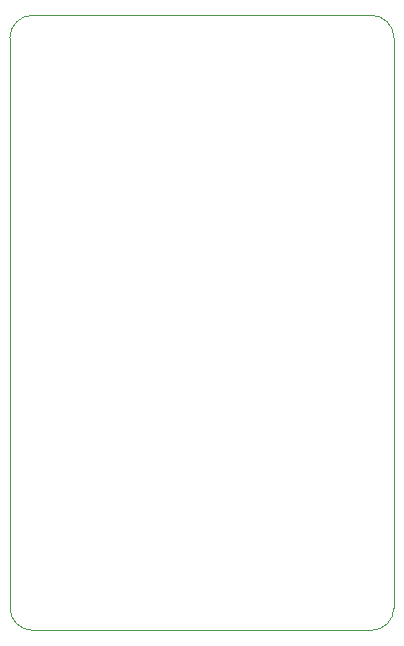
<source format=gbr>
%TF.GenerationSoftware,KiCad,Pcbnew,(5.1.6-0-10_14)*%
%TF.CreationDate,2020-08-30T21:53:01-07:00*%
%TF.ProjectId,bbf-midi,6262662d-6d69-4646-992e-6b696361645f,rev?*%
%TF.SameCoordinates,Original*%
%TF.FileFunction,Profile,NP*%
%FSLAX46Y46*%
G04 Gerber Fmt 4.6, Leading zero omitted, Abs format (unit mm)*
G04 Created by KiCad (PCBNEW (5.1.6-0-10_14)) date 2020-08-30 21:53:01*
%MOMM*%
%LPD*%
G01*
G04 APERTURE LIST*
%TA.AperFunction,Profile*%
%ADD10C,0.050000*%
%TD*%
G04 APERTURE END LIST*
D10*
X124460000Y-88900000D02*
G75*
G02*
X126365000Y-86995000I1905000J0D01*
G01*
X155067000Y-86995000D02*
G75*
G02*
X156972000Y-88900000I0J-1905000D01*
G01*
X156972000Y-137160000D02*
X156972000Y-88900000D01*
X124460000Y-137160000D02*
X124460000Y-88900000D01*
X126365000Y-139065000D02*
G75*
G02*
X124460000Y-137160000I0J1905000D01*
G01*
X156972000Y-137160000D02*
G75*
G02*
X155067000Y-139065000I-1905000J0D01*
G01*
X126365000Y-139065000D02*
X155067000Y-139065000D01*
X126365000Y-86995000D02*
X155067000Y-86995000D01*
M02*

</source>
